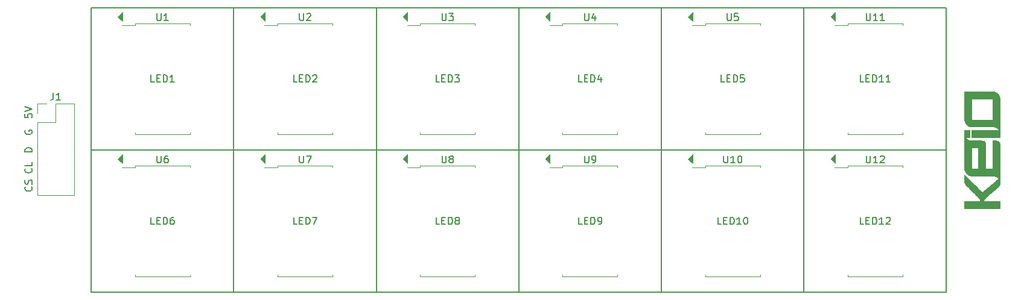
<source format=gto>
G04 #@! TF.GenerationSoftware,KiCad,Pcbnew,(5.1.4)-1*
G04 #@! TF.CreationDate,2019-11-29T14:15:36+00:00*
G04 #@! TF.ProjectId,MAX7219_Clock,4d415837-3231-4395-9f43-6c6f636b2e6b,rev?*
G04 #@! TF.SameCoordinates,Original*
G04 #@! TF.FileFunction,Legend,Top*
G04 #@! TF.FilePolarity,Positive*
%FSLAX46Y46*%
G04 Gerber Fmt 4.6, Leading zero omitted, Abs format (unit mm)*
G04 Created by KiCad (PCBNEW (5.1.4)-1) date 2019-11-29 14:15:36*
%MOMM*%
%LPD*%
G04 APERTURE LIST*
%ADD10C,0.150000*%
%ADD11C,0.010000*%
%ADD12C,0.100000*%
%ADD13C,0.120000*%
G04 APERTURE END LIST*
D10*
X31607142Y-75166666D02*
X31654761Y-75214285D01*
X31702380Y-75357142D01*
X31702380Y-75452380D01*
X31654761Y-75595238D01*
X31559523Y-75690476D01*
X31464285Y-75738095D01*
X31273809Y-75785714D01*
X31130952Y-75785714D01*
X30940476Y-75738095D01*
X30845238Y-75690476D01*
X30750000Y-75595238D01*
X30702380Y-75452380D01*
X30702380Y-75357142D01*
X30750000Y-75214285D01*
X30797619Y-75166666D01*
X31654761Y-74785714D02*
X31702380Y-74642857D01*
X31702380Y-74404761D01*
X31654761Y-74309523D01*
X31607142Y-74261904D01*
X31511904Y-74214285D01*
X31416666Y-74214285D01*
X31321428Y-74261904D01*
X31273809Y-74309523D01*
X31226190Y-74404761D01*
X31178571Y-74595238D01*
X31130952Y-74690476D01*
X31083333Y-74738095D01*
X30988095Y-74785714D01*
X30892857Y-74785714D01*
X30797619Y-74738095D01*
X30750000Y-74690476D01*
X30702380Y-74595238D01*
X30702380Y-74357142D01*
X30750000Y-74214285D01*
X31607142Y-72595238D02*
X31654761Y-72642857D01*
X31702380Y-72785714D01*
X31702380Y-72880952D01*
X31654761Y-73023809D01*
X31559523Y-73119047D01*
X31464285Y-73166666D01*
X31273809Y-73214285D01*
X31130952Y-73214285D01*
X30940476Y-73166666D01*
X30845238Y-73119047D01*
X30750000Y-73023809D01*
X30702380Y-72880952D01*
X30702380Y-72785714D01*
X30750000Y-72642857D01*
X30797619Y-72595238D01*
X31702380Y-71690476D02*
X31702380Y-72166666D01*
X30702380Y-72166666D01*
X31702380Y-70261904D02*
X30702380Y-70261904D01*
X30702380Y-70023809D01*
X30750000Y-69880952D01*
X30845238Y-69785714D01*
X30940476Y-69738095D01*
X31130952Y-69690476D01*
X31273809Y-69690476D01*
X31464285Y-69738095D01*
X31559523Y-69785714D01*
X31654761Y-69880952D01*
X31702380Y-70023809D01*
X31702380Y-70261904D01*
X30750000Y-67238095D02*
X30702380Y-67333333D01*
X30702380Y-67476190D01*
X30750000Y-67619047D01*
X30845238Y-67714285D01*
X30940476Y-67761904D01*
X31130952Y-67809523D01*
X31273809Y-67809523D01*
X31464285Y-67761904D01*
X31559523Y-67714285D01*
X31654761Y-67619047D01*
X31702380Y-67476190D01*
X31702380Y-67380952D01*
X31654761Y-67238095D01*
X31607142Y-67190476D01*
X31273809Y-67190476D01*
X31273809Y-67380952D01*
X30702380Y-64940476D02*
X30702380Y-65416666D01*
X31178571Y-65464285D01*
X31130952Y-65416666D01*
X31083333Y-65321428D01*
X31083333Y-65083333D01*
X31130952Y-64988095D01*
X31178571Y-64940476D01*
X31273809Y-64892857D01*
X31511904Y-64892857D01*
X31607142Y-64940476D01*
X31654761Y-64988095D01*
X31702380Y-65083333D01*
X31702380Y-65321428D01*
X31654761Y-65416666D01*
X31607142Y-65464285D01*
X30702380Y-64607142D02*
X31702380Y-64273809D01*
X30702380Y-63940476D01*
D11*
G36*
X164556510Y-61784180D02*
G01*
X164712890Y-61784272D01*
X164861031Y-61784361D01*
X165001161Y-61784450D01*
X165133508Y-61784538D01*
X165258300Y-61784628D01*
X165375764Y-61784719D01*
X165486129Y-61784813D01*
X165589622Y-61784910D01*
X165686471Y-61785013D01*
X165776905Y-61785121D01*
X165861150Y-61785235D01*
X165939435Y-61785357D01*
X166011987Y-61785488D01*
X166079035Y-61785628D01*
X166140806Y-61785778D01*
X166197528Y-61785940D01*
X166249429Y-61786115D01*
X166296737Y-61786302D01*
X166339680Y-61786504D01*
X166378486Y-61786720D01*
X166413381Y-61786953D01*
X166444595Y-61787204D01*
X166472355Y-61787472D01*
X166496889Y-61787759D01*
X166518425Y-61788066D01*
X166537191Y-61788394D01*
X166553414Y-61788743D01*
X166567322Y-61789116D01*
X166579144Y-61789512D01*
X166589107Y-61789933D01*
X166597438Y-61790380D01*
X166604367Y-61790853D01*
X166610120Y-61791354D01*
X166614925Y-61791884D01*
X166619011Y-61792443D01*
X166621366Y-61792818D01*
X166715150Y-61812462D01*
X166804178Y-61839092D01*
X166888545Y-61872759D01*
X166968348Y-61913512D01*
X167043686Y-61961402D01*
X167114653Y-62016477D01*
X167181348Y-62078788D01*
X167184601Y-62082124D01*
X167244948Y-62149848D01*
X167297887Y-62221175D01*
X167343572Y-62296415D01*
X167382159Y-62375880D01*
X167413801Y-62459881D01*
X167438654Y-62548730D01*
X167454092Y-62625533D01*
X167454590Y-62628765D01*
X167455065Y-62632547D01*
X167455518Y-62637073D01*
X167455951Y-62642536D01*
X167456363Y-62649132D01*
X167456756Y-62657052D01*
X167457129Y-62666492D01*
X167457483Y-62677646D01*
X167457820Y-62690706D01*
X167458139Y-62705868D01*
X167458442Y-62723324D01*
X167458728Y-62743269D01*
X167458998Y-62765897D01*
X167459254Y-62791402D01*
X167459495Y-62819977D01*
X167459722Y-62851816D01*
X167459936Y-62887113D01*
X167460138Y-62926062D01*
X167460327Y-62968858D01*
X167460505Y-63015693D01*
X167460672Y-63066762D01*
X167460829Y-63122258D01*
X167460976Y-63182376D01*
X167461114Y-63247310D01*
X167461244Y-63317252D01*
X167461366Y-63392398D01*
X167461480Y-63472941D01*
X167461588Y-63559075D01*
X167461690Y-63650993D01*
X167461786Y-63748890D01*
X167461878Y-63852960D01*
X167461965Y-63963395D01*
X167462048Y-64080392D01*
X167462129Y-64204142D01*
X167462206Y-64334841D01*
X167462282Y-64472681D01*
X167462357Y-64617857D01*
X167462431Y-64770563D01*
X167462505Y-64930993D01*
X167462579Y-65099340D01*
X167462655Y-65275798D01*
X167462719Y-65429058D01*
X167463863Y-68188133D01*
X163522566Y-68188133D01*
X163522566Y-67201775D01*
X165428146Y-67200712D01*
X167333727Y-67199649D01*
X167299745Y-67148849D01*
X167245517Y-67075266D01*
X167185382Y-67007624D01*
X167119719Y-66946190D01*
X167048906Y-66891233D01*
X166973320Y-66843019D01*
X166893340Y-66801817D01*
X166809343Y-66767894D01*
X166725631Y-66742514D01*
X166716052Y-66739986D01*
X166707464Y-66737607D01*
X166699603Y-66735372D01*
X166692205Y-66733277D01*
X166685007Y-66731317D01*
X166677747Y-66729486D01*
X166670159Y-66727781D01*
X166661982Y-66726196D01*
X166652951Y-66724726D01*
X166642804Y-66723366D01*
X166631277Y-66722112D01*
X166618106Y-66720959D01*
X166603028Y-66719902D01*
X166585780Y-66718936D01*
X166566098Y-66718057D01*
X166543719Y-66717258D01*
X166518380Y-66716537D01*
X166489817Y-66715887D01*
X166457767Y-66715304D01*
X166421966Y-66714783D01*
X166382151Y-66714319D01*
X166338059Y-66713908D01*
X166289426Y-66713544D01*
X166235988Y-66713223D01*
X166177484Y-66712940D01*
X166113648Y-66712690D01*
X166044218Y-66712468D01*
X165968931Y-66712269D01*
X165887522Y-66712089D01*
X165799729Y-66711922D01*
X165705288Y-66711764D01*
X165603936Y-66711611D01*
X165495409Y-66711456D01*
X165379444Y-66711296D01*
X165255778Y-66711125D01*
X165124147Y-66710938D01*
X164997883Y-66710752D01*
X164860125Y-66710543D01*
X164730574Y-66710343D01*
X164608971Y-66710150D01*
X164495055Y-66709962D01*
X164388568Y-66709779D01*
X164289250Y-66709597D01*
X164196841Y-66709417D01*
X164111082Y-66709236D01*
X164031713Y-66709052D01*
X163958474Y-66708864D01*
X163891106Y-66708671D01*
X163829350Y-66708470D01*
X163772946Y-66708261D01*
X163721633Y-66708041D01*
X163675154Y-66707809D01*
X163633247Y-66707563D01*
X163595654Y-66707303D01*
X163562116Y-66707025D01*
X163532371Y-66706729D01*
X163522566Y-66706611D01*
X163522566Y-65724333D01*
X166477433Y-65724333D01*
X166477433Y-62769466D01*
X163522566Y-62769466D01*
X163522566Y-65724333D01*
X163522566Y-66706611D01*
X163506161Y-66706413D01*
X163483227Y-66706075D01*
X163463308Y-66705714D01*
X163446145Y-66705328D01*
X163431479Y-66704916D01*
X163419050Y-66704476D01*
X163408598Y-66704006D01*
X163399864Y-66703504D01*
X163392589Y-66702970D01*
X163386512Y-66702402D01*
X163381374Y-66701797D01*
X163376916Y-66701155D01*
X163374399Y-66700741D01*
X163281181Y-66680897D01*
X163192835Y-66654170D01*
X163109182Y-66620471D01*
X163030043Y-66579710D01*
X162955239Y-66531799D01*
X162884590Y-66476648D01*
X162838430Y-66434576D01*
X162784074Y-66378335D01*
X162736610Y-66321154D01*
X162694533Y-66260999D01*
X162656340Y-66195834D01*
X162642778Y-66169821D01*
X162615900Y-66112903D01*
X162593577Y-66056879D01*
X162575021Y-65999353D01*
X162559447Y-65937929D01*
X162547986Y-65880966D01*
X162538387Y-65828049D01*
X162536105Y-61783013D01*
X164556510Y-61784180D01*
X164556510Y-61784180D01*
G37*
X164556510Y-61784180D02*
X164712890Y-61784272D01*
X164861031Y-61784361D01*
X165001161Y-61784450D01*
X165133508Y-61784538D01*
X165258300Y-61784628D01*
X165375764Y-61784719D01*
X165486129Y-61784813D01*
X165589622Y-61784910D01*
X165686471Y-61785013D01*
X165776905Y-61785121D01*
X165861150Y-61785235D01*
X165939435Y-61785357D01*
X166011987Y-61785488D01*
X166079035Y-61785628D01*
X166140806Y-61785778D01*
X166197528Y-61785940D01*
X166249429Y-61786115D01*
X166296737Y-61786302D01*
X166339680Y-61786504D01*
X166378486Y-61786720D01*
X166413381Y-61786953D01*
X166444595Y-61787204D01*
X166472355Y-61787472D01*
X166496889Y-61787759D01*
X166518425Y-61788066D01*
X166537191Y-61788394D01*
X166553414Y-61788743D01*
X166567322Y-61789116D01*
X166579144Y-61789512D01*
X166589107Y-61789933D01*
X166597438Y-61790380D01*
X166604367Y-61790853D01*
X166610120Y-61791354D01*
X166614925Y-61791884D01*
X166619011Y-61792443D01*
X166621366Y-61792818D01*
X166715150Y-61812462D01*
X166804178Y-61839092D01*
X166888545Y-61872759D01*
X166968348Y-61913512D01*
X167043686Y-61961402D01*
X167114653Y-62016477D01*
X167181348Y-62078788D01*
X167184601Y-62082124D01*
X167244948Y-62149848D01*
X167297887Y-62221175D01*
X167343572Y-62296415D01*
X167382159Y-62375880D01*
X167413801Y-62459881D01*
X167438654Y-62548730D01*
X167454092Y-62625533D01*
X167454590Y-62628765D01*
X167455065Y-62632547D01*
X167455518Y-62637073D01*
X167455951Y-62642536D01*
X167456363Y-62649132D01*
X167456756Y-62657052D01*
X167457129Y-62666492D01*
X167457483Y-62677646D01*
X167457820Y-62690706D01*
X167458139Y-62705868D01*
X167458442Y-62723324D01*
X167458728Y-62743269D01*
X167458998Y-62765897D01*
X167459254Y-62791402D01*
X167459495Y-62819977D01*
X167459722Y-62851816D01*
X167459936Y-62887113D01*
X167460138Y-62926062D01*
X167460327Y-62968858D01*
X167460505Y-63015693D01*
X167460672Y-63066762D01*
X167460829Y-63122258D01*
X167460976Y-63182376D01*
X167461114Y-63247310D01*
X167461244Y-63317252D01*
X167461366Y-63392398D01*
X167461480Y-63472941D01*
X167461588Y-63559075D01*
X167461690Y-63650993D01*
X167461786Y-63748890D01*
X167461878Y-63852960D01*
X167461965Y-63963395D01*
X167462048Y-64080392D01*
X167462129Y-64204142D01*
X167462206Y-64334841D01*
X167462282Y-64472681D01*
X167462357Y-64617857D01*
X167462431Y-64770563D01*
X167462505Y-64930993D01*
X167462579Y-65099340D01*
X167462655Y-65275798D01*
X167462719Y-65429058D01*
X167463863Y-68188133D01*
X163522566Y-68188133D01*
X163522566Y-67201775D01*
X165428146Y-67200712D01*
X167333727Y-67199649D01*
X167299745Y-67148849D01*
X167245517Y-67075266D01*
X167185382Y-67007624D01*
X167119719Y-66946190D01*
X167048906Y-66891233D01*
X166973320Y-66843019D01*
X166893340Y-66801817D01*
X166809343Y-66767894D01*
X166725631Y-66742514D01*
X166716052Y-66739986D01*
X166707464Y-66737607D01*
X166699603Y-66735372D01*
X166692205Y-66733277D01*
X166685007Y-66731317D01*
X166677747Y-66729486D01*
X166670159Y-66727781D01*
X166661982Y-66726196D01*
X166652951Y-66724726D01*
X166642804Y-66723366D01*
X166631277Y-66722112D01*
X166618106Y-66720959D01*
X166603028Y-66719902D01*
X166585780Y-66718936D01*
X166566098Y-66718057D01*
X166543719Y-66717258D01*
X166518380Y-66716537D01*
X166489817Y-66715887D01*
X166457767Y-66715304D01*
X166421966Y-66714783D01*
X166382151Y-66714319D01*
X166338059Y-66713908D01*
X166289426Y-66713544D01*
X166235988Y-66713223D01*
X166177484Y-66712940D01*
X166113648Y-66712690D01*
X166044218Y-66712468D01*
X165968931Y-66712269D01*
X165887522Y-66712089D01*
X165799729Y-66711922D01*
X165705288Y-66711764D01*
X165603936Y-66711611D01*
X165495409Y-66711456D01*
X165379444Y-66711296D01*
X165255778Y-66711125D01*
X165124147Y-66710938D01*
X164997883Y-66710752D01*
X164860125Y-66710543D01*
X164730574Y-66710343D01*
X164608971Y-66710150D01*
X164495055Y-66709962D01*
X164388568Y-66709779D01*
X164289250Y-66709597D01*
X164196841Y-66709417D01*
X164111082Y-66709236D01*
X164031713Y-66709052D01*
X163958474Y-66708864D01*
X163891106Y-66708671D01*
X163829350Y-66708470D01*
X163772946Y-66708261D01*
X163721633Y-66708041D01*
X163675154Y-66707809D01*
X163633247Y-66707563D01*
X163595654Y-66707303D01*
X163562116Y-66707025D01*
X163532371Y-66706729D01*
X163522566Y-66706611D01*
X163522566Y-65724333D01*
X166477433Y-65724333D01*
X166477433Y-62769466D01*
X163522566Y-62769466D01*
X163522566Y-65724333D01*
X163522566Y-66706611D01*
X163506161Y-66706413D01*
X163483227Y-66706075D01*
X163463308Y-66705714D01*
X163446145Y-66705328D01*
X163431479Y-66704916D01*
X163419050Y-66704476D01*
X163408598Y-66704006D01*
X163399864Y-66703504D01*
X163392589Y-66702970D01*
X163386512Y-66702402D01*
X163381374Y-66701797D01*
X163376916Y-66701155D01*
X163374399Y-66700741D01*
X163281181Y-66680897D01*
X163192835Y-66654170D01*
X163109182Y-66620471D01*
X163030043Y-66579710D01*
X162955239Y-66531799D01*
X162884590Y-66476648D01*
X162838430Y-66434576D01*
X162784074Y-66378335D01*
X162736610Y-66321154D01*
X162694533Y-66260999D01*
X162656340Y-66195834D01*
X162642778Y-66169821D01*
X162615900Y-66112903D01*
X162593577Y-66056879D01*
X162575021Y-65999353D01*
X162559447Y-65937929D01*
X162547986Y-65880966D01*
X162538387Y-65828049D01*
X162536105Y-61783013D01*
X164556510Y-61784180D01*
G36*
X162905526Y-67202801D02*
G01*
X163274916Y-67203883D01*
X163277068Y-68188077D01*
X162974288Y-68189163D01*
X162671507Y-68190249D01*
X162697451Y-68230466D01*
X162749970Y-68304197D01*
X162808622Y-68372362D01*
X162872921Y-68434638D01*
X162942377Y-68490704D01*
X163016503Y-68540235D01*
X163094810Y-68582910D01*
X163176812Y-68618406D01*
X163262019Y-68646399D01*
X163349944Y-68666569D01*
X163359583Y-68668266D01*
X163370642Y-68670082D01*
X163381914Y-68671748D01*
X163393786Y-68673271D01*
X163406646Y-68674656D01*
X163420881Y-68675911D01*
X163436879Y-68677041D01*
X163455025Y-68678053D01*
X163475709Y-68678952D01*
X163499316Y-68679747D01*
X163526235Y-68680442D01*
X163556853Y-68681044D01*
X163591556Y-68681560D01*
X163630733Y-68681995D01*
X163674771Y-68682357D01*
X163724056Y-68682651D01*
X163778976Y-68682884D01*
X163839919Y-68683062D01*
X163907272Y-68683192D01*
X163981421Y-68683280D01*
X164062755Y-68683332D01*
X164151661Y-68683354D01*
X164248525Y-68683354D01*
X164280333Y-68683350D01*
X164376727Y-68683344D01*
X164465020Y-68683355D01*
X164545577Y-68683386D01*
X164618766Y-68683441D01*
X164684950Y-68683521D01*
X164744497Y-68683631D01*
X164797771Y-68683772D01*
X164845139Y-68683948D01*
X164886966Y-68684160D01*
X164923618Y-68684413D01*
X164955461Y-68684709D01*
X164982860Y-68685050D01*
X165006182Y-68685440D01*
X165025791Y-68685881D01*
X165042054Y-68686377D01*
X165055336Y-68686929D01*
X165066003Y-68687541D01*
X165074421Y-68688215D01*
X165080956Y-68688955D01*
X165084707Y-68689531D01*
X165146245Y-68704510D01*
X165205221Y-68727263D01*
X165260835Y-68757283D01*
X165312284Y-68794062D01*
X165358768Y-68837094D01*
X165399487Y-68885871D01*
X165403499Y-68891451D01*
X165421323Y-68919650D01*
X165439182Y-68953294D01*
X165455720Y-68989475D01*
X165469586Y-69025287D01*
X165477458Y-69050305D01*
X165488950Y-69091949D01*
X165490043Y-70858308D01*
X165491136Y-72624666D01*
X166477433Y-72624666D01*
X166477433Y-68683433D01*
X166704974Y-68682757D01*
X166764013Y-68682596D01*
X166815265Y-68682500D01*
X166859408Y-68682486D01*
X166897122Y-68682571D01*
X166929085Y-68682772D01*
X166955977Y-68683107D01*
X166978477Y-68683592D01*
X166997264Y-68684245D01*
X167013017Y-68685084D01*
X167026415Y-68686124D01*
X167038137Y-68687385D01*
X167048862Y-68688881D01*
X167059269Y-68690632D01*
X167066109Y-68691900D01*
X167126923Y-68707679D01*
X167184764Y-68731066D01*
X167238970Y-68761526D01*
X167288878Y-68798521D01*
X167333827Y-68841514D01*
X167373154Y-68889969D01*
X167406197Y-68943350D01*
X167424972Y-68982738D01*
X167431691Y-69000365D01*
X167439184Y-69022723D01*
X167446308Y-69046296D01*
X167449766Y-69058938D01*
X167461683Y-69104649D01*
X167461683Y-74785783D01*
X167450309Y-74826964D01*
X167426091Y-74899322D01*
X167393740Y-74970881D01*
X167353588Y-75041049D01*
X167305966Y-75109237D01*
X167262196Y-75162549D01*
X167256032Y-75169047D01*
X167246423Y-75178402D01*
X167233175Y-75190783D01*
X167216094Y-75206359D01*
X167194987Y-75225300D01*
X167169658Y-75247776D01*
X167139914Y-75273954D01*
X167105560Y-75304005D01*
X167066402Y-75338098D01*
X167022247Y-75376402D01*
X166972899Y-75419085D01*
X166918165Y-75466319D01*
X166857851Y-75518271D01*
X166791762Y-75575111D01*
X166719704Y-75637008D01*
X166641483Y-75704131D01*
X166600122Y-75739602D01*
X166497936Y-75827219D01*
X166401977Y-75909501D01*
X166312041Y-75986623D01*
X166227927Y-76058759D01*
X166149434Y-76126085D01*
X166076358Y-76188775D01*
X166008497Y-76247004D01*
X165945650Y-76300948D01*
X165887615Y-76350782D01*
X165834189Y-76396679D01*
X165785171Y-76438816D01*
X165740358Y-76477367D01*
X165699548Y-76512508D01*
X165662540Y-76544412D01*
X165629130Y-76573256D01*
X165599118Y-76599214D01*
X165572300Y-76622460D01*
X165548475Y-76643171D01*
X165527441Y-76661521D01*
X165508996Y-76677684D01*
X165492938Y-76691837D01*
X165479064Y-76704153D01*
X165467172Y-76714808D01*
X165457061Y-76723977D01*
X165448528Y-76731835D01*
X165441372Y-76738556D01*
X165435389Y-76744316D01*
X165430379Y-76749289D01*
X165426139Y-76753651D01*
X165422467Y-76757576D01*
X165419161Y-76761240D01*
X165416034Y-76764799D01*
X165392343Y-76793745D01*
X165368332Y-76826192D01*
X165345478Y-76859933D01*
X165325258Y-76892759D01*
X165309150Y-76922460D01*
X165305513Y-76930056D01*
X165292364Y-76961279D01*
X165280078Y-76995596D01*
X165269063Y-77031368D01*
X165259728Y-77066957D01*
X165252481Y-77100722D01*
X165247731Y-77131024D01*
X165245885Y-77156224D01*
X165246301Y-77167799D01*
X165247650Y-77181850D01*
X166355724Y-77182916D01*
X167463800Y-77183982D01*
X167463800Y-78216899D01*
X162536200Y-78216899D01*
X162536200Y-77183982D01*
X163644274Y-77182916D01*
X164752350Y-77181850D01*
X164751091Y-77152216D01*
X164745627Y-77105369D01*
X164733270Y-77054871D01*
X164714363Y-77001466D01*
X164689250Y-76945898D01*
X164658276Y-76888909D01*
X164621783Y-76831243D01*
X164580115Y-76773644D01*
X164569954Y-76760633D01*
X164564664Y-76754730D01*
X164553626Y-76743085D01*
X164537081Y-76725939D01*
X164515269Y-76703536D01*
X164488431Y-76676117D01*
X164456806Y-76643927D01*
X164420636Y-76607206D01*
X164380160Y-76566199D01*
X164335619Y-76521147D01*
X164287254Y-76472293D01*
X164235304Y-76419880D01*
X164180011Y-76364151D01*
X164121614Y-76305348D01*
X164060355Y-76243714D01*
X163996472Y-76179491D01*
X163930208Y-76112922D01*
X163861801Y-76044250D01*
X163791493Y-75973718D01*
X163719524Y-75901568D01*
X163646134Y-75828042D01*
X163636822Y-75818716D01*
X163543679Y-75725411D01*
X163454882Y-75636403D01*
X163370529Y-75551790D01*
X163290716Y-75471671D01*
X163215542Y-75396143D01*
X163145104Y-75325306D01*
X163079499Y-75259257D01*
X163018823Y-75198094D01*
X162963176Y-75141917D01*
X162912653Y-75090824D01*
X162867353Y-75044912D01*
X162827372Y-75004281D01*
X162792808Y-74969027D01*
X162763759Y-74939251D01*
X162740321Y-74915050D01*
X162722592Y-74896523D01*
X162710669Y-74883767D01*
X162704650Y-74876882D01*
X162704586Y-74876800D01*
X162660640Y-74814649D01*
X162622540Y-74750691D01*
X162591011Y-74686276D01*
X162566774Y-74622752D01*
X162564105Y-74614333D01*
X162560034Y-74601239D01*
X162556378Y-74589357D01*
X162553117Y-74578183D01*
X162550227Y-74567216D01*
X162547685Y-74555952D01*
X162545470Y-74543890D01*
X162543559Y-74530528D01*
X162541930Y-74515362D01*
X162540560Y-74497892D01*
X162539427Y-74477613D01*
X162538509Y-74454025D01*
X162537782Y-74426625D01*
X162537225Y-74394910D01*
X162536816Y-74358379D01*
X162536531Y-74316528D01*
X162536349Y-74268856D01*
X162536248Y-74214860D01*
X162536203Y-74154038D01*
X162536196Y-74085888D01*
X162536200Y-74009907D01*
X162536200Y-73486155D01*
X163767806Y-74717756D01*
X163875518Y-74825456D01*
X163977383Y-74927287D01*
X164073532Y-75023378D01*
X164164092Y-75113856D01*
X164249195Y-75198850D01*
X164328970Y-75278488D01*
X164403545Y-75352900D01*
X164473051Y-75422213D01*
X164537616Y-75486557D01*
X164597372Y-75546058D01*
X164652446Y-75600846D01*
X164702968Y-75651050D01*
X164749069Y-75696798D01*
X164790876Y-75738217D01*
X164828521Y-75775437D01*
X164862132Y-75808587D01*
X164891839Y-75837794D01*
X164917771Y-75863187D01*
X164940058Y-75884894D01*
X164958830Y-75903044D01*
X164974215Y-75917766D01*
X164986343Y-75929188D01*
X164995345Y-75937437D01*
X165001348Y-75942644D01*
X165004483Y-75944936D01*
X165004998Y-75945047D01*
X165009559Y-75941340D01*
X165020318Y-75932488D01*
X165036990Y-75918727D01*
X165059288Y-75900294D01*
X165086925Y-75877429D01*
X165119616Y-75850367D01*
X165157075Y-75819346D01*
X165199015Y-75784603D01*
X165245150Y-75746377D01*
X165295195Y-75704903D01*
X165348862Y-75660421D01*
X165405866Y-75613167D01*
X165465921Y-75563378D01*
X165528740Y-75511292D01*
X165594038Y-75457147D01*
X165661528Y-75401179D01*
X165730924Y-75343626D01*
X165801939Y-75284726D01*
X165874289Y-75224716D01*
X165947686Y-75163833D01*
X166021845Y-75102315D01*
X166096479Y-75040400D01*
X166171302Y-74978323D01*
X166246029Y-74916324D01*
X166320372Y-74854639D01*
X166394046Y-74793506D01*
X166466765Y-74733161D01*
X166538242Y-74673844D01*
X166608191Y-74615790D01*
X166676327Y-74559238D01*
X166742362Y-74504425D01*
X166806012Y-74451587D01*
X166866989Y-74400963D01*
X166925008Y-74352791D01*
X166979782Y-74307306D01*
X167031025Y-74264747D01*
X167078452Y-74225352D01*
X167121776Y-74189357D01*
X167160710Y-74157000D01*
X167194969Y-74128518D01*
X167224267Y-74104149D01*
X167248317Y-74084131D01*
X167266834Y-74068699D01*
X167279530Y-74058093D01*
X167286121Y-74052549D01*
X167287012Y-74051776D01*
X167298608Y-74040645D01*
X167273455Y-74007058D01*
X167214938Y-73935573D01*
X167151617Y-73871015D01*
X167083440Y-73813350D01*
X167010352Y-73762547D01*
X166932302Y-73718573D01*
X166849235Y-73681395D01*
X166761100Y-73650981D01*
X166667842Y-73627298D01*
X166645860Y-73622838D01*
X166598083Y-73613579D01*
X165012700Y-73610941D01*
X164874296Y-73610715D01*
X164744095Y-73610507D01*
X164621831Y-73610313D01*
X164507241Y-73610131D01*
X164400058Y-73609955D01*
X164300020Y-73609782D01*
X164206861Y-73609608D01*
X164120317Y-73609428D01*
X164040124Y-73609240D01*
X163966016Y-73609038D01*
X163897729Y-73608819D01*
X163834999Y-73608580D01*
X163777561Y-73608315D01*
X163725151Y-73608021D01*
X163677503Y-73607694D01*
X163634355Y-73607330D01*
X163595440Y-73606925D01*
X163560494Y-73606476D01*
X163529254Y-73605977D01*
X163522566Y-73605845D01*
X163522566Y-72624666D01*
X164453899Y-72624666D01*
X164453899Y-69665566D01*
X163522566Y-69665566D01*
X163522566Y-72624666D01*
X163522566Y-73605845D01*
X163501454Y-73605426D01*
X163476829Y-73604818D01*
X163455116Y-73604149D01*
X163436050Y-73603415D01*
X163419366Y-73602613D01*
X163404799Y-73601738D01*
X163392086Y-73600786D01*
X163380961Y-73599753D01*
X163371160Y-73598636D01*
X163362418Y-73597431D01*
X163354472Y-73596133D01*
X163347056Y-73594738D01*
X163339905Y-73593243D01*
X163332756Y-73591643D01*
X163325344Y-73589935D01*
X163317404Y-73588114D01*
X163308672Y-73586178D01*
X163304550Y-73585296D01*
X163246574Y-73570515D01*
X163185782Y-73550408D01*
X163124889Y-73526056D01*
X163066613Y-73498544D01*
X163015482Y-73470061D01*
X162937879Y-73418081D01*
X162866633Y-73360551D01*
X162801855Y-73297636D01*
X162743653Y-73229499D01*
X162692140Y-73156307D01*
X162647425Y-73078225D01*
X162609619Y-72995416D01*
X162578833Y-72908047D01*
X162555175Y-72816282D01*
X162546020Y-72768599D01*
X162545516Y-72765400D01*
X162545034Y-72761710D01*
X162544574Y-72757336D01*
X162544135Y-72752085D01*
X162543717Y-72745761D01*
X162543319Y-72738171D01*
X162542941Y-72729122D01*
X162542581Y-72718418D01*
X162542240Y-72705867D01*
X162541916Y-72691274D01*
X162541610Y-72674445D01*
X162541320Y-72655186D01*
X162541046Y-72633303D01*
X162540787Y-72608602D01*
X162540543Y-72580890D01*
X162540313Y-72549971D01*
X162540097Y-72515653D01*
X162539893Y-72477741D01*
X162539701Y-72436042D01*
X162539522Y-72390360D01*
X162539353Y-72340503D01*
X162539194Y-72286276D01*
X162539046Y-72227486D01*
X162538907Y-72163938D01*
X162538776Y-72095438D01*
X162538653Y-72021792D01*
X162538538Y-71942807D01*
X162538430Y-71858288D01*
X162538328Y-71768042D01*
X162538231Y-71671874D01*
X162538139Y-71569590D01*
X162538052Y-71460997D01*
X162537969Y-71345900D01*
X162537889Y-71224106D01*
X162537811Y-71095420D01*
X162537735Y-70959649D01*
X162537661Y-70816598D01*
X162537588Y-70666074D01*
X162537514Y-70507882D01*
X162537441Y-70341829D01*
X162537366Y-70167720D01*
X162537289Y-69985362D01*
X162537280Y-69962935D01*
X162536137Y-67201720D01*
X162905526Y-67202801D01*
X162905526Y-67202801D01*
G37*
X162905526Y-67202801D02*
X163274916Y-67203883D01*
X163277068Y-68188077D01*
X162974288Y-68189163D01*
X162671507Y-68190249D01*
X162697451Y-68230466D01*
X162749970Y-68304197D01*
X162808622Y-68372362D01*
X162872921Y-68434638D01*
X162942377Y-68490704D01*
X163016503Y-68540235D01*
X163094810Y-68582910D01*
X163176812Y-68618406D01*
X163262019Y-68646399D01*
X163349944Y-68666569D01*
X163359583Y-68668266D01*
X163370642Y-68670082D01*
X163381914Y-68671748D01*
X163393786Y-68673271D01*
X163406646Y-68674656D01*
X163420881Y-68675911D01*
X163436879Y-68677041D01*
X163455025Y-68678053D01*
X163475709Y-68678952D01*
X163499316Y-68679747D01*
X163526235Y-68680442D01*
X163556853Y-68681044D01*
X163591556Y-68681560D01*
X163630733Y-68681995D01*
X163674771Y-68682357D01*
X163724056Y-68682651D01*
X163778976Y-68682884D01*
X163839919Y-68683062D01*
X163907272Y-68683192D01*
X163981421Y-68683280D01*
X164062755Y-68683332D01*
X164151661Y-68683354D01*
X164248525Y-68683354D01*
X164280333Y-68683350D01*
X164376727Y-68683344D01*
X164465020Y-68683355D01*
X164545577Y-68683386D01*
X164618766Y-68683441D01*
X164684950Y-68683521D01*
X164744497Y-68683631D01*
X164797771Y-68683772D01*
X164845139Y-68683948D01*
X164886966Y-68684160D01*
X164923618Y-68684413D01*
X164955461Y-68684709D01*
X164982860Y-68685050D01*
X165006182Y-68685440D01*
X165025791Y-68685881D01*
X165042054Y-68686377D01*
X165055336Y-68686929D01*
X165066003Y-68687541D01*
X165074421Y-68688215D01*
X165080956Y-68688955D01*
X165084707Y-68689531D01*
X165146245Y-68704510D01*
X165205221Y-68727263D01*
X165260835Y-68757283D01*
X165312284Y-68794062D01*
X165358768Y-68837094D01*
X165399487Y-68885871D01*
X165403499Y-68891451D01*
X165421323Y-68919650D01*
X165439182Y-68953294D01*
X165455720Y-68989475D01*
X165469586Y-69025287D01*
X165477458Y-69050305D01*
X165488950Y-69091949D01*
X165490043Y-70858308D01*
X165491136Y-72624666D01*
X166477433Y-72624666D01*
X166477433Y-68683433D01*
X166704974Y-68682757D01*
X166764013Y-68682596D01*
X166815265Y-68682500D01*
X166859408Y-68682486D01*
X166897122Y-68682571D01*
X166929085Y-68682772D01*
X166955977Y-68683107D01*
X166978477Y-68683592D01*
X166997264Y-68684245D01*
X167013017Y-68685084D01*
X167026415Y-68686124D01*
X167038137Y-68687385D01*
X167048862Y-68688881D01*
X167059269Y-68690632D01*
X167066109Y-68691900D01*
X167126923Y-68707679D01*
X167184764Y-68731066D01*
X167238970Y-68761526D01*
X167288878Y-68798521D01*
X167333827Y-68841514D01*
X167373154Y-68889969D01*
X167406197Y-68943350D01*
X167424972Y-68982738D01*
X167431691Y-69000365D01*
X167439184Y-69022723D01*
X167446308Y-69046296D01*
X167449766Y-69058938D01*
X167461683Y-69104649D01*
X167461683Y-74785783D01*
X167450309Y-74826964D01*
X167426091Y-74899322D01*
X167393740Y-74970881D01*
X167353588Y-75041049D01*
X167305966Y-75109237D01*
X167262196Y-75162549D01*
X167256032Y-75169047D01*
X167246423Y-75178402D01*
X167233175Y-75190783D01*
X167216094Y-75206359D01*
X167194987Y-75225300D01*
X167169658Y-75247776D01*
X167139914Y-75273954D01*
X167105560Y-75304005D01*
X167066402Y-75338098D01*
X167022247Y-75376402D01*
X166972899Y-75419085D01*
X166918165Y-75466319D01*
X166857851Y-75518271D01*
X166791762Y-75575111D01*
X166719704Y-75637008D01*
X166641483Y-75704131D01*
X166600122Y-75739602D01*
X166497936Y-75827219D01*
X166401977Y-75909501D01*
X166312041Y-75986623D01*
X166227927Y-76058759D01*
X166149434Y-76126085D01*
X166076358Y-76188775D01*
X166008497Y-76247004D01*
X165945650Y-76300948D01*
X165887615Y-76350782D01*
X165834189Y-76396679D01*
X165785171Y-76438816D01*
X165740358Y-76477367D01*
X165699548Y-76512508D01*
X165662540Y-76544412D01*
X165629130Y-76573256D01*
X165599118Y-76599214D01*
X165572300Y-76622460D01*
X165548475Y-76643171D01*
X165527441Y-76661521D01*
X165508996Y-76677684D01*
X165492938Y-76691837D01*
X165479064Y-76704153D01*
X165467172Y-76714808D01*
X165457061Y-76723977D01*
X165448528Y-76731835D01*
X165441372Y-76738556D01*
X165435389Y-76744316D01*
X165430379Y-76749289D01*
X165426139Y-76753651D01*
X165422467Y-76757576D01*
X165419161Y-76761240D01*
X165416034Y-76764799D01*
X165392343Y-76793745D01*
X165368332Y-76826192D01*
X165345478Y-76859933D01*
X165325258Y-76892759D01*
X165309150Y-76922460D01*
X165305513Y-76930056D01*
X165292364Y-76961279D01*
X165280078Y-76995596D01*
X165269063Y-77031368D01*
X165259728Y-77066957D01*
X165252481Y-77100722D01*
X165247731Y-77131024D01*
X165245885Y-77156224D01*
X165246301Y-77167799D01*
X165247650Y-77181850D01*
X166355724Y-77182916D01*
X167463800Y-77183982D01*
X167463800Y-78216899D01*
X162536200Y-78216899D01*
X162536200Y-77183982D01*
X163644274Y-77182916D01*
X164752350Y-77181850D01*
X164751091Y-77152216D01*
X164745627Y-77105369D01*
X164733270Y-77054871D01*
X164714363Y-77001466D01*
X164689250Y-76945898D01*
X164658276Y-76888909D01*
X164621783Y-76831243D01*
X164580115Y-76773644D01*
X164569954Y-76760633D01*
X164564664Y-76754730D01*
X164553626Y-76743085D01*
X164537081Y-76725939D01*
X164515269Y-76703536D01*
X164488431Y-76676117D01*
X164456806Y-76643927D01*
X164420636Y-76607206D01*
X164380160Y-76566199D01*
X164335619Y-76521147D01*
X164287254Y-76472293D01*
X164235304Y-76419880D01*
X164180011Y-76364151D01*
X164121614Y-76305348D01*
X164060355Y-76243714D01*
X163996472Y-76179491D01*
X163930208Y-76112922D01*
X163861801Y-76044250D01*
X163791493Y-75973718D01*
X163719524Y-75901568D01*
X163646134Y-75828042D01*
X163636822Y-75818716D01*
X163543679Y-75725411D01*
X163454882Y-75636403D01*
X163370529Y-75551790D01*
X163290716Y-75471671D01*
X163215542Y-75396143D01*
X163145104Y-75325306D01*
X163079499Y-75259257D01*
X163018823Y-75198094D01*
X162963176Y-75141917D01*
X162912653Y-75090824D01*
X162867353Y-75044912D01*
X162827372Y-75004281D01*
X162792808Y-74969027D01*
X162763759Y-74939251D01*
X162740321Y-74915050D01*
X162722592Y-74896523D01*
X162710669Y-74883767D01*
X162704650Y-74876882D01*
X162704586Y-74876800D01*
X162660640Y-74814649D01*
X162622540Y-74750691D01*
X162591011Y-74686276D01*
X162566774Y-74622752D01*
X162564105Y-74614333D01*
X162560034Y-74601239D01*
X162556378Y-74589357D01*
X162553117Y-74578183D01*
X162550227Y-74567216D01*
X162547685Y-74555952D01*
X162545470Y-74543890D01*
X162543559Y-74530528D01*
X162541930Y-74515362D01*
X162540560Y-74497892D01*
X162539427Y-74477613D01*
X162538509Y-74454025D01*
X162537782Y-74426625D01*
X162537225Y-74394910D01*
X162536816Y-74358379D01*
X162536531Y-74316528D01*
X162536349Y-74268856D01*
X162536248Y-74214860D01*
X162536203Y-74154038D01*
X162536196Y-74085888D01*
X162536200Y-74009907D01*
X162536200Y-73486155D01*
X163767806Y-74717756D01*
X163875518Y-74825456D01*
X163977383Y-74927287D01*
X164073532Y-75023378D01*
X164164092Y-75113856D01*
X164249195Y-75198850D01*
X164328970Y-75278488D01*
X164403545Y-75352900D01*
X164473051Y-75422213D01*
X164537616Y-75486557D01*
X164597372Y-75546058D01*
X164652446Y-75600846D01*
X164702968Y-75651050D01*
X164749069Y-75696798D01*
X164790876Y-75738217D01*
X164828521Y-75775437D01*
X164862132Y-75808587D01*
X164891839Y-75837794D01*
X164917771Y-75863187D01*
X164940058Y-75884894D01*
X164958830Y-75903044D01*
X164974215Y-75917766D01*
X164986343Y-75929188D01*
X164995345Y-75937437D01*
X165001348Y-75942644D01*
X165004483Y-75944936D01*
X165004998Y-75945047D01*
X165009559Y-75941340D01*
X165020318Y-75932488D01*
X165036990Y-75918727D01*
X165059288Y-75900294D01*
X165086925Y-75877429D01*
X165119616Y-75850367D01*
X165157075Y-75819346D01*
X165199015Y-75784603D01*
X165245150Y-75746377D01*
X165295195Y-75704903D01*
X165348862Y-75660421D01*
X165405866Y-75613167D01*
X165465921Y-75563378D01*
X165528740Y-75511292D01*
X165594038Y-75457147D01*
X165661528Y-75401179D01*
X165730924Y-75343626D01*
X165801939Y-75284726D01*
X165874289Y-75224716D01*
X165947686Y-75163833D01*
X166021845Y-75102315D01*
X166096479Y-75040400D01*
X166171302Y-74978323D01*
X166246029Y-74916324D01*
X166320372Y-74854639D01*
X166394046Y-74793506D01*
X166466765Y-74733161D01*
X166538242Y-74673844D01*
X166608191Y-74615790D01*
X166676327Y-74559238D01*
X166742362Y-74504425D01*
X166806012Y-74451587D01*
X166866989Y-74400963D01*
X166925008Y-74352791D01*
X166979782Y-74307306D01*
X167031025Y-74264747D01*
X167078452Y-74225352D01*
X167121776Y-74189357D01*
X167160710Y-74157000D01*
X167194969Y-74128518D01*
X167224267Y-74104149D01*
X167248317Y-74084131D01*
X167266834Y-74068699D01*
X167279530Y-74058093D01*
X167286121Y-74052549D01*
X167287012Y-74051776D01*
X167298608Y-74040645D01*
X167273455Y-74007058D01*
X167214938Y-73935573D01*
X167151617Y-73871015D01*
X167083440Y-73813350D01*
X167010352Y-73762547D01*
X166932302Y-73718573D01*
X166849235Y-73681395D01*
X166761100Y-73650981D01*
X166667842Y-73627298D01*
X166645860Y-73622838D01*
X166598083Y-73613579D01*
X165012700Y-73610941D01*
X164874296Y-73610715D01*
X164744095Y-73610507D01*
X164621831Y-73610313D01*
X164507241Y-73610131D01*
X164400058Y-73609955D01*
X164300020Y-73609782D01*
X164206861Y-73609608D01*
X164120317Y-73609428D01*
X164040124Y-73609240D01*
X163966016Y-73609038D01*
X163897729Y-73608819D01*
X163834999Y-73608580D01*
X163777561Y-73608315D01*
X163725151Y-73608021D01*
X163677503Y-73607694D01*
X163634355Y-73607330D01*
X163595440Y-73606925D01*
X163560494Y-73606476D01*
X163529254Y-73605977D01*
X163522566Y-73605845D01*
X163522566Y-72624666D01*
X164453899Y-72624666D01*
X164453899Y-69665566D01*
X163522566Y-69665566D01*
X163522566Y-72624666D01*
X163522566Y-73605845D01*
X163501454Y-73605426D01*
X163476829Y-73604818D01*
X163455116Y-73604149D01*
X163436050Y-73603415D01*
X163419366Y-73602613D01*
X163404799Y-73601738D01*
X163392086Y-73600786D01*
X163380961Y-73599753D01*
X163371160Y-73598636D01*
X163362418Y-73597431D01*
X163354472Y-73596133D01*
X163347056Y-73594738D01*
X163339905Y-73593243D01*
X163332756Y-73591643D01*
X163325344Y-73589935D01*
X163317404Y-73588114D01*
X163308672Y-73586178D01*
X163304550Y-73585296D01*
X163246574Y-73570515D01*
X163185782Y-73550408D01*
X163124889Y-73526056D01*
X163066613Y-73498544D01*
X163015482Y-73470061D01*
X162937879Y-73418081D01*
X162866633Y-73360551D01*
X162801855Y-73297636D01*
X162743653Y-73229499D01*
X162692140Y-73156307D01*
X162647425Y-73078225D01*
X162609619Y-72995416D01*
X162578833Y-72908047D01*
X162555175Y-72816282D01*
X162546020Y-72768599D01*
X162545516Y-72765400D01*
X162545034Y-72761710D01*
X162544574Y-72757336D01*
X162544135Y-72752085D01*
X162543717Y-72745761D01*
X162543319Y-72738171D01*
X162542941Y-72729122D01*
X162542581Y-72718418D01*
X162542240Y-72705867D01*
X162541916Y-72691274D01*
X162541610Y-72674445D01*
X162541320Y-72655186D01*
X162541046Y-72633303D01*
X162540787Y-72608602D01*
X162540543Y-72580890D01*
X162540313Y-72549971D01*
X162540097Y-72515653D01*
X162539893Y-72477741D01*
X162539701Y-72436042D01*
X162539522Y-72390360D01*
X162539353Y-72340503D01*
X162539194Y-72286276D01*
X162539046Y-72227486D01*
X162538907Y-72163938D01*
X162538776Y-72095438D01*
X162538653Y-72021792D01*
X162538538Y-71942807D01*
X162538430Y-71858288D01*
X162538328Y-71768042D01*
X162538231Y-71671874D01*
X162538139Y-71569590D01*
X162538052Y-71460997D01*
X162537969Y-71345900D01*
X162537889Y-71224106D01*
X162537811Y-71095420D01*
X162537735Y-70959649D01*
X162537661Y-70816598D01*
X162537588Y-70666074D01*
X162537514Y-70507882D01*
X162537441Y-70341829D01*
X162537366Y-70167720D01*
X162537289Y-69985362D01*
X162537280Y-69962935D01*
X162536137Y-67201720D01*
X162905526Y-67202801D01*
D12*
G36*
X43750000Y-51250000D02*
G01*
X44375000Y-50625000D01*
X44375000Y-51875000D01*
X43750000Y-51250000D01*
G37*
X43750000Y-51250000D02*
X44375000Y-50625000D01*
X44375000Y-51875000D01*
X43750000Y-51250000D01*
D10*
X40000000Y-70000000D02*
X40000000Y-50000000D01*
X60000000Y-70000000D02*
X40000000Y-70000000D01*
X60000000Y-50000000D02*
X60000000Y-70000000D01*
X40000000Y-50000000D02*
X60000000Y-50000000D01*
X60000000Y-50000000D02*
X80000000Y-50000000D01*
X80000000Y-50000000D02*
X80000000Y-70000000D01*
X80000000Y-70000000D02*
X60000000Y-70000000D01*
X60000000Y-70000000D02*
X60000000Y-50000000D01*
D12*
G36*
X63750000Y-51250000D02*
G01*
X64375000Y-50625000D01*
X64375000Y-51875000D01*
X63750000Y-51250000D01*
G37*
X63750000Y-51250000D02*
X64375000Y-50625000D01*
X64375000Y-51875000D01*
X63750000Y-51250000D01*
D10*
X80000000Y-50000000D02*
X100000000Y-50000000D01*
X100000000Y-50000000D02*
X100000000Y-70000000D01*
X100000000Y-70000000D02*
X80000000Y-70000000D01*
X80000000Y-70000000D02*
X80000000Y-50000000D01*
D12*
G36*
X83750000Y-51250000D02*
G01*
X84375000Y-50625000D01*
X84375000Y-51875000D01*
X83750000Y-51250000D01*
G37*
X83750000Y-51250000D02*
X84375000Y-50625000D01*
X84375000Y-51875000D01*
X83750000Y-51250000D01*
G36*
X103750000Y-51250000D02*
G01*
X104375000Y-50625000D01*
X104375000Y-51875000D01*
X103750000Y-51250000D01*
G37*
X103750000Y-51250000D02*
X104375000Y-50625000D01*
X104375000Y-51875000D01*
X103750000Y-51250000D01*
D10*
X100000000Y-70000000D02*
X100000000Y-50000000D01*
X120000000Y-70000000D02*
X100000000Y-70000000D01*
X120000000Y-50000000D02*
X120000000Y-70000000D01*
X100000000Y-50000000D02*
X120000000Y-50000000D01*
D12*
G36*
X123750000Y-51250000D02*
G01*
X124375000Y-50625000D01*
X124375000Y-51875000D01*
X123750000Y-51250000D01*
G37*
X123750000Y-51250000D02*
X124375000Y-50625000D01*
X124375000Y-51875000D01*
X123750000Y-51250000D01*
D10*
X120000000Y-70000000D02*
X120000000Y-50000000D01*
X140000000Y-70000000D02*
X120000000Y-70000000D01*
X140000000Y-50000000D02*
X140000000Y-70000000D01*
X120000000Y-50000000D02*
X140000000Y-50000000D01*
X40000000Y-70000000D02*
X60000000Y-70000000D01*
X60000000Y-70000000D02*
X60000000Y-90000000D01*
X60000000Y-90000000D02*
X40000000Y-90000000D01*
X40000000Y-90000000D02*
X40000000Y-70000000D01*
D12*
G36*
X43750000Y-71250000D02*
G01*
X44375000Y-70625000D01*
X44375000Y-71875000D01*
X43750000Y-71250000D01*
G37*
X43750000Y-71250000D02*
X44375000Y-70625000D01*
X44375000Y-71875000D01*
X43750000Y-71250000D01*
D10*
X60000000Y-70000000D02*
X80000000Y-70000000D01*
X80000000Y-70000000D02*
X80000000Y-90000000D01*
X80000000Y-90000000D02*
X60000000Y-90000000D01*
X60000000Y-90000000D02*
X60000000Y-70000000D01*
D12*
G36*
X63750000Y-71250000D02*
G01*
X64375000Y-70625000D01*
X64375000Y-71875000D01*
X63750000Y-71250000D01*
G37*
X63750000Y-71250000D02*
X64375000Y-70625000D01*
X64375000Y-71875000D01*
X63750000Y-71250000D01*
G36*
X83750000Y-71250000D02*
G01*
X84375000Y-70625000D01*
X84375000Y-71875000D01*
X83750000Y-71250000D01*
G37*
X83750000Y-71250000D02*
X84375000Y-70625000D01*
X84375000Y-71875000D01*
X83750000Y-71250000D01*
D10*
X80000000Y-90000000D02*
X80000000Y-70000000D01*
X100000000Y-90000000D02*
X80000000Y-90000000D01*
X100000000Y-70000000D02*
X100000000Y-90000000D01*
X80000000Y-70000000D02*
X100000000Y-70000000D01*
X100000000Y-70000000D02*
X120000000Y-70000000D01*
X120000000Y-70000000D02*
X120000000Y-90000000D01*
X120000000Y-90000000D02*
X100000000Y-90000000D01*
X100000000Y-90000000D02*
X100000000Y-70000000D01*
D12*
G36*
X103750000Y-71250000D02*
G01*
X104375000Y-70625000D01*
X104375000Y-71875000D01*
X103750000Y-71250000D01*
G37*
X103750000Y-71250000D02*
X104375000Y-70625000D01*
X104375000Y-71875000D01*
X103750000Y-71250000D01*
G36*
X123750000Y-71250000D02*
G01*
X124375000Y-70625000D01*
X124375000Y-71875000D01*
X123750000Y-71250000D01*
G37*
X123750000Y-71250000D02*
X124375000Y-70625000D01*
X124375000Y-71875000D01*
X123750000Y-71250000D01*
D10*
X120000000Y-90000000D02*
X120000000Y-70000000D01*
X140000000Y-90000000D02*
X120000000Y-90000000D01*
X140000000Y-70000000D02*
X140000000Y-90000000D01*
X120000000Y-70000000D02*
X140000000Y-70000000D01*
X140000000Y-70000000D02*
X160000000Y-70000000D01*
X160000000Y-70000000D02*
X160000000Y-90000000D01*
X160000000Y-90000000D02*
X140000000Y-90000000D01*
X140000000Y-90000000D02*
X140000000Y-70000000D01*
D12*
G36*
X143750000Y-71250000D02*
G01*
X144375000Y-70625000D01*
X144375000Y-71875000D01*
X143750000Y-71250000D01*
G37*
X143750000Y-71250000D02*
X144375000Y-70625000D01*
X144375000Y-71875000D01*
X143750000Y-71250000D01*
G36*
X143750000Y-51250000D02*
G01*
X144375000Y-50625000D01*
X144375000Y-51875000D01*
X143750000Y-51250000D01*
G37*
X143750000Y-51250000D02*
X144375000Y-50625000D01*
X144375000Y-51875000D01*
X143750000Y-51250000D01*
D10*
X140000000Y-70000000D02*
X140000000Y-50000000D01*
X160000000Y-70000000D02*
X140000000Y-70000000D01*
X160000000Y-50000000D02*
X160000000Y-70000000D01*
X140000000Y-50000000D02*
X160000000Y-50000000D01*
D13*
X46140000Y-52455000D02*
X44325000Y-52455000D01*
X46140000Y-52190000D02*
X46140000Y-52455000D01*
X50000000Y-52190000D02*
X46140000Y-52190000D01*
X53860000Y-52190000D02*
X53860000Y-52455000D01*
X50000000Y-52190000D02*
X53860000Y-52190000D01*
X46140000Y-67810000D02*
X46140000Y-67545000D01*
X50000000Y-67810000D02*
X46140000Y-67810000D01*
X53860000Y-67810000D02*
X53860000Y-67545000D01*
X50000000Y-67810000D02*
X53860000Y-67810000D01*
X70000000Y-67810000D02*
X73860000Y-67810000D01*
X73860000Y-67810000D02*
X73860000Y-67545000D01*
X70000000Y-67810000D02*
X66140000Y-67810000D01*
X66140000Y-67810000D02*
X66140000Y-67545000D01*
X70000000Y-52190000D02*
X73860000Y-52190000D01*
X73860000Y-52190000D02*
X73860000Y-52455000D01*
X70000000Y-52190000D02*
X66140000Y-52190000D01*
X66140000Y-52190000D02*
X66140000Y-52455000D01*
X66140000Y-52455000D02*
X64325000Y-52455000D01*
X86140000Y-52455000D02*
X84325000Y-52455000D01*
X86140000Y-52190000D02*
X86140000Y-52455000D01*
X90000000Y-52190000D02*
X86140000Y-52190000D01*
X93860000Y-52190000D02*
X93860000Y-52455000D01*
X90000000Y-52190000D02*
X93860000Y-52190000D01*
X86140000Y-67810000D02*
X86140000Y-67545000D01*
X90000000Y-67810000D02*
X86140000Y-67810000D01*
X93860000Y-67810000D02*
X93860000Y-67545000D01*
X90000000Y-67810000D02*
X93860000Y-67810000D01*
X110000000Y-67810000D02*
X113860000Y-67810000D01*
X113860000Y-67810000D02*
X113860000Y-67545000D01*
X110000000Y-67810000D02*
X106140000Y-67810000D01*
X106140000Y-67810000D02*
X106140000Y-67545000D01*
X110000000Y-52190000D02*
X113860000Y-52190000D01*
X113860000Y-52190000D02*
X113860000Y-52455000D01*
X110000000Y-52190000D02*
X106140000Y-52190000D01*
X106140000Y-52190000D02*
X106140000Y-52455000D01*
X106140000Y-52455000D02*
X104325000Y-52455000D01*
X130000000Y-67810000D02*
X133860000Y-67810000D01*
X133860000Y-67810000D02*
X133860000Y-67545000D01*
X130000000Y-67810000D02*
X126140000Y-67810000D01*
X126140000Y-67810000D02*
X126140000Y-67545000D01*
X130000000Y-52190000D02*
X133860000Y-52190000D01*
X133860000Y-52190000D02*
X133860000Y-52455000D01*
X130000000Y-52190000D02*
X126140000Y-52190000D01*
X126140000Y-52190000D02*
X126140000Y-52455000D01*
X126140000Y-52455000D02*
X124325000Y-52455000D01*
X46140000Y-72455000D02*
X44325000Y-72455000D01*
X46140000Y-72190000D02*
X46140000Y-72455000D01*
X50000000Y-72190000D02*
X46140000Y-72190000D01*
X53860000Y-72190000D02*
X53860000Y-72455000D01*
X50000000Y-72190000D02*
X53860000Y-72190000D01*
X46140000Y-87810000D02*
X46140000Y-87545000D01*
X50000000Y-87810000D02*
X46140000Y-87810000D01*
X53860000Y-87810000D02*
X53860000Y-87545000D01*
X50000000Y-87810000D02*
X53860000Y-87810000D01*
X70000000Y-87810000D02*
X73860000Y-87810000D01*
X73860000Y-87810000D02*
X73860000Y-87545000D01*
X70000000Y-87810000D02*
X66140000Y-87810000D01*
X66140000Y-87810000D02*
X66140000Y-87545000D01*
X70000000Y-72190000D02*
X73860000Y-72190000D01*
X73860000Y-72190000D02*
X73860000Y-72455000D01*
X70000000Y-72190000D02*
X66140000Y-72190000D01*
X66140000Y-72190000D02*
X66140000Y-72455000D01*
X66140000Y-72455000D02*
X64325000Y-72455000D01*
X86140000Y-72455000D02*
X84325000Y-72455000D01*
X86140000Y-72190000D02*
X86140000Y-72455000D01*
X90000000Y-72190000D02*
X86140000Y-72190000D01*
X93860000Y-72190000D02*
X93860000Y-72455000D01*
X90000000Y-72190000D02*
X93860000Y-72190000D01*
X86140000Y-87810000D02*
X86140000Y-87545000D01*
X90000000Y-87810000D02*
X86140000Y-87810000D01*
X93860000Y-87810000D02*
X93860000Y-87545000D01*
X90000000Y-87810000D02*
X93860000Y-87810000D01*
X106140000Y-72455000D02*
X104325000Y-72455000D01*
X106140000Y-72190000D02*
X106140000Y-72455000D01*
X110000000Y-72190000D02*
X106140000Y-72190000D01*
X113860000Y-72190000D02*
X113860000Y-72455000D01*
X110000000Y-72190000D02*
X113860000Y-72190000D01*
X106140000Y-87810000D02*
X106140000Y-87545000D01*
X110000000Y-87810000D02*
X106140000Y-87810000D01*
X113860000Y-87810000D02*
X113860000Y-87545000D01*
X110000000Y-87810000D02*
X113860000Y-87810000D01*
X126140000Y-72455000D02*
X124325000Y-72455000D01*
X126140000Y-72190000D02*
X126140000Y-72455000D01*
X130000000Y-72190000D02*
X126140000Y-72190000D01*
X133860000Y-72190000D02*
X133860000Y-72455000D01*
X130000000Y-72190000D02*
X133860000Y-72190000D01*
X126140000Y-87810000D02*
X126140000Y-87545000D01*
X130000000Y-87810000D02*
X126140000Y-87810000D01*
X133860000Y-87810000D02*
X133860000Y-87545000D01*
X130000000Y-87810000D02*
X133860000Y-87810000D01*
X150000000Y-87810000D02*
X153860000Y-87810000D01*
X153860000Y-87810000D02*
X153860000Y-87545000D01*
X150000000Y-87810000D02*
X146140000Y-87810000D01*
X146140000Y-87810000D02*
X146140000Y-87545000D01*
X150000000Y-72190000D02*
X153860000Y-72190000D01*
X153860000Y-72190000D02*
X153860000Y-72455000D01*
X150000000Y-72190000D02*
X146140000Y-72190000D01*
X146140000Y-72190000D02*
X146140000Y-72455000D01*
X146140000Y-72455000D02*
X144325000Y-72455000D01*
X150000000Y-67810000D02*
X153860000Y-67810000D01*
X153860000Y-67810000D02*
X153860000Y-67545000D01*
X150000000Y-67810000D02*
X146140000Y-67810000D01*
X146140000Y-67810000D02*
X146140000Y-67545000D01*
X150000000Y-52190000D02*
X153860000Y-52190000D01*
X153860000Y-52190000D02*
X153860000Y-52455000D01*
X150000000Y-52190000D02*
X146140000Y-52190000D01*
X146140000Y-52190000D02*
X146140000Y-52455000D01*
X146140000Y-52455000D02*
X144325000Y-52455000D01*
X32420000Y-76330000D02*
X37620000Y-76330000D01*
X32420000Y-66110000D02*
X32420000Y-76330000D01*
X37620000Y-63510000D02*
X37620000Y-76330000D01*
X32420000Y-66110000D02*
X35020000Y-66110000D01*
X35020000Y-66110000D02*
X35020000Y-63510000D01*
X35020000Y-63510000D02*
X37620000Y-63510000D01*
X32420000Y-64840000D02*
X32420000Y-63510000D01*
X32420000Y-63510000D02*
X33750000Y-63510000D01*
D10*
X48880952Y-60452380D02*
X48404761Y-60452380D01*
X48404761Y-59452380D01*
X49214285Y-59928571D02*
X49547619Y-59928571D01*
X49690476Y-60452380D02*
X49214285Y-60452380D01*
X49214285Y-59452380D01*
X49690476Y-59452380D01*
X50119047Y-60452380D02*
X50119047Y-59452380D01*
X50357142Y-59452380D01*
X50500000Y-59500000D01*
X50595238Y-59595238D01*
X50642857Y-59690476D01*
X50690476Y-59880952D01*
X50690476Y-60023809D01*
X50642857Y-60214285D01*
X50595238Y-60309523D01*
X50500000Y-60404761D01*
X50357142Y-60452380D01*
X50119047Y-60452380D01*
X51642857Y-60452380D02*
X51071428Y-60452380D01*
X51357142Y-60452380D02*
X51357142Y-59452380D01*
X51261904Y-59595238D01*
X51166666Y-59690476D01*
X51071428Y-59738095D01*
X68880952Y-60452380D02*
X68404761Y-60452380D01*
X68404761Y-59452380D01*
X69214285Y-59928571D02*
X69547619Y-59928571D01*
X69690476Y-60452380D02*
X69214285Y-60452380D01*
X69214285Y-59452380D01*
X69690476Y-59452380D01*
X70119047Y-60452380D02*
X70119047Y-59452380D01*
X70357142Y-59452380D01*
X70500000Y-59500000D01*
X70595238Y-59595238D01*
X70642857Y-59690476D01*
X70690476Y-59880952D01*
X70690476Y-60023809D01*
X70642857Y-60214285D01*
X70595238Y-60309523D01*
X70500000Y-60404761D01*
X70357142Y-60452380D01*
X70119047Y-60452380D01*
X71071428Y-59547619D02*
X71119047Y-59500000D01*
X71214285Y-59452380D01*
X71452380Y-59452380D01*
X71547619Y-59500000D01*
X71595238Y-59547619D01*
X71642857Y-59642857D01*
X71642857Y-59738095D01*
X71595238Y-59880952D01*
X71023809Y-60452380D01*
X71642857Y-60452380D01*
X88880952Y-60452380D02*
X88404761Y-60452380D01*
X88404761Y-59452380D01*
X89214285Y-59928571D02*
X89547619Y-59928571D01*
X89690476Y-60452380D02*
X89214285Y-60452380D01*
X89214285Y-59452380D01*
X89690476Y-59452380D01*
X90119047Y-60452380D02*
X90119047Y-59452380D01*
X90357142Y-59452380D01*
X90500000Y-59500000D01*
X90595238Y-59595238D01*
X90642857Y-59690476D01*
X90690476Y-59880952D01*
X90690476Y-60023809D01*
X90642857Y-60214285D01*
X90595238Y-60309523D01*
X90500000Y-60404761D01*
X90357142Y-60452380D01*
X90119047Y-60452380D01*
X91023809Y-59452380D02*
X91642857Y-59452380D01*
X91309523Y-59833333D01*
X91452380Y-59833333D01*
X91547619Y-59880952D01*
X91595238Y-59928571D01*
X91642857Y-60023809D01*
X91642857Y-60261904D01*
X91595238Y-60357142D01*
X91547619Y-60404761D01*
X91452380Y-60452380D01*
X91166666Y-60452380D01*
X91071428Y-60404761D01*
X91023809Y-60357142D01*
X108880952Y-60452380D02*
X108404761Y-60452380D01*
X108404761Y-59452380D01*
X109214285Y-59928571D02*
X109547619Y-59928571D01*
X109690476Y-60452380D02*
X109214285Y-60452380D01*
X109214285Y-59452380D01*
X109690476Y-59452380D01*
X110119047Y-60452380D02*
X110119047Y-59452380D01*
X110357142Y-59452380D01*
X110500000Y-59500000D01*
X110595238Y-59595238D01*
X110642857Y-59690476D01*
X110690476Y-59880952D01*
X110690476Y-60023809D01*
X110642857Y-60214285D01*
X110595238Y-60309523D01*
X110500000Y-60404761D01*
X110357142Y-60452380D01*
X110119047Y-60452380D01*
X111547619Y-59785714D02*
X111547619Y-60452380D01*
X111309523Y-59404761D02*
X111071428Y-60119047D01*
X111690476Y-60119047D01*
X128880952Y-60452380D02*
X128404761Y-60452380D01*
X128404761Y-59452380D01*
X129214285Y-59928571D02*
X129547619Y-59928571D01*
X129690476Y-60452380D02*
X129214285Y-60452380D01*
X129214285Y-59452380D01*
X129690476Y-59452380D01*
X130119047Y-60452380D02*
X130119047Y-59452380D01*
X130357142Y-59452380D01*
X130500000Y-59500000D01*
X130595238Y-59595238D01*
X130642857Y-59690476D01*
X130690476Y-59880952D01*
X130690476Y-60023809D01*
X130642857Y-60214285D01*
X130595238Y-60309523D01*
X130500000Y-60404761D01*
X130357142Y-60452380D01*
X130119047Y-60452380D01*
X131595238Y-59452380D02*
X131119047Y-59452380D01*
X131071428Y-59928571D01*
X131119047Y-59880952D01*
X131214285Y-59833333D01*
X131452380Y-59833333D01*
X131547619Y-59880952D01*
X131595238Y-59928571D01*
X131642857Y-60023809D01*
X131642857Y-60261904D01*
X131595238Y-60357142D01*
X131547619Y-60404761D01*
X131452380Y-60452380D01*
X131214285Y-60452380D01*
X131119047Y-60404761D01*
X131071428Y-60357142D01*
X48880952Y-80452380D02*
X48404761Y-80452380D01*
X48404761Y-79452380D01*
X49214285Y-79928571D02*
X49547619Y-79928571D01*
X49690476Y-80452380D02*
X49214285Y-80452380D01*
X49214285Y-79452380D01*
X49690476Y-79452380D01*
X50119047Y-80452380D02*
X50119047Y-79452380D01*
X50357142Y-79452380D01*
X50500000Y-79500000D01*
X50595238Y-79595238D01*
X50642857Y-79690476D01*
X50690476Y-79880952D01*
X50690476Y-80023809D01*
X50642857Y-80214285D01*
X50595238Y-80309523D01*
X50500000Y-80404761D01*
X50357142Y-80452380D01*
X50119047Y-80452380D01*
X51547619Y-79452380D02*
X51357142Y-79452380D01*
X51261904Y-79500000D01*
X51214285Y-79547619D01*
X51119047Y-79690476D01*
X51071428Y-79880952D01*
X51071428Y-80261904D01*
X51119047Y-80357142D01*
X51166666Y-80404761D01*
X51261904Y-80452380D01*
X51452380Y-80452380D01*
X51547619Y-80404761D01*
X51595238Y-80357142D01*
X51642857Y-80261904D01*
X51642857Y-80023809D01*
X51595238Y-79928571D01*
X51547619Y-79880952D01*
X51452380Y-79833333D01*
X51261904Y-79833333D01*
X51166666Y-79880952D01*
X51119047Y-79928571D01*
X51071428Y-80023809D01*
X68880952Y-80452380D02*
X68404761Y-80452380D01*
X68404761Y-79452380D01*
X69214285Y-79928571D02*
X69547619Y-79928571D01*
X69690476Y-80452380D02*
X69214285Y-80452380D01*
X69214285Y-79452380D01*
X69690476Y-79452380D01*
X70119047Y-80452380D02*
X70119047Y-79452380D01*
X70357142Y-79452380D01*
X70500000Y-79500000D01*
X70595238Y-79595238D01*
X70642857Y-79690476D01*
X70690476Y-79880952D01*
X70690476Y-80023809D01*
X70642857Y-80214285D01*
X70595238Y-80309523D01*
X70500000Y-80404761D01*
X70357142Y-80452380D01*
X70119047Y-80452380D01*
X71023809Y-79452380D02*
X71690476Y-79452380D01*
X71261904Y-80452380D01*
X88880952Y-80452380D02*
X88404761Y-80452380D01*
X88404761Y-79452380D01*
X89214285Y-79928571D02*
X89547619Y-79928571D01*
X89690476Y-80452380D02*
X89214285Y-80452380D01*
X89214285Y-79452380D01*
X89690476Y-79452380D01*
X90119047Y-80452380D02*
X90119047Y-79452380D01*
X90357142Y-79452380D01*
X90500000Y-79500000D01*
X90595238Y-79595238D01*
X90642857Y-79690476D01*
X90690476Y-79880952D01*
X90690476Y-80023809D01*
X90642857Y-80214285D01*
X90595238Y-80309523D01*
X90500000Y-80404761D01*
X90357142Y-80452380D01*
X90119047Y-80452380D01*
X91261904Y-79880952D02*
X91166666Y-79833333D01*
X91119047Y-79785714D01*
X91071428Y-79690476D01*
X91071428Y-79642857D01*
X91119047Y-79547619D01*
X91166666Y-79500000D01*
X91261904Y-79452380D01*
X91452380Y-79452380D01*
X91547619Y-79500000D01*
X91595238Y-79547619D01*
X91642857Y-79642857D01*
X91642857Y-79690476D01*
X91595238Y-79785714D01*
X91547619Y-79833333D01*
X91452380Y-79880952D01*
X91261904Y-79880952D01*
X91166666Y-79928571D01*
X91119047Y-79976190D01*
X91071428Y-80071428D01*
X91071428Y-80261904D01*
X91119047Y-80357142D01*
X91166666Y-80404761D01*
X91261904Y-80452380D01*
X91452380Y-80452380D01*
X91547619Y-80404761D01*
X91595238Y-80357142D01*
X91642857Y-80261904D01*
X91642857Y-80071428D01*
X91595238Y-79976190D01*
X91547619Y-79928571D01*
X91452380Y-79880952D01*
X108880952Y-80452380D02*
X108404761Y-80452380D01*
X108404761Y-79452380D01*
X109214285Y-79928571D02*
X109547619Y-79928571D01*
X109690476Y-80452380D02*
X109214285Y-80452380D01*
X109214285Y-79452380D01*
X109690476Y-79452380D01*
X110119047Y-80452380D02*
X110119047Y-79452380D01*
X110357142Y-79452380D01*
X110500000Y-79500000D01*
X110595238Y-79595238D01*
X110642857Y-79690476D01*
X110690476Y-79880952D01*
X110690476Y-80023809D01*
X110642857Y-80214285D01*
X110595238Y-80309523D01*
X110500000Y-80404761D01*
X110357142Y-80452380D01*
X110119047Y-80452380D01*
X111166666Y-80452380D02*
X111357142Y-80452380D01*
X111452380Y-80404761D01*
X111500000Y-80357142D01*
X111595238Y-80214285D01*
X111642857Y-80023809D01*
X111642857Y-79642857D01*
X111595238Y-79547619D01*
X111547619Y-79500000D01*
X111452380Y-79452380D01*
X111261904Y-79452380D01*
X111166666Y-79500000D01*
X111119047Y-79547619D01*
X111071428Y-79642857D01*
X111071428Y-79880952D01*
X111119047Y-79976190D01*
X111166666Y-80023809D01*
X111261904Y-80071428D01*
X111452380Y-80071428D01*
X111547619Y-80023809D01*
X111595238Y-79976190D01*
X111642857Y-79880952D01*
X128404761Y-80452380D02*
X127928571Y-80452380D01*
X127928571Y-79452380D01*
X128738095Y-79928571D02*
X129071428Y-79928571D01*
X129214285Y-80452380D02*
X128738095Y-80452380D01*
X128738095Y-79452380D01*
X129214285Y-79452380D01*
X129642857Y-80452380D02*
X129642857Y-79452380D01*
X129880952Y-79452380D01*
X130023809Y-79500000D01*
X130119047Y-79595238D01*
X130166666Y-79690476D01*
X130214285Y-79880952D01*
X130214285Y-80023809D01*
X130166666Y-80214285D01*
X130119047Y-80309523D01*
X130023809Y-80404761D01*
X129880952Y-80452380D01*
X129642857Y-80452380D01*
X131166666Y-80452380D02*
X130595238Y-80452380D01*
X130880952Y-80452380D02*
X130880952Y-79452380D01*
X130785714Y-79595238D01*
X130690476Y-79690476D01*
X130595238Y-79738095D01*
X131785714Y-79452380D02*
X131880952Y-79452380D01*
X131976190Y-79500000D01*
X132023809Y-79547619D01*
X132071428Y-79642857D01*
X132119047Y-79833333D01*
X132119047Y-80071428D01*
X132071428Y-80261904D01*
X132023809Y-80357142D01*
X131976190Y-80404761D01*
X131880952Y-80452380D01*
X131785714Y-80452380D01*
X131690476Y-80404761D01*
X131642857Y-80357142D01*
X131595238Y-80261904D01*
X131547619Y-80071428D01*
X131547619Y-79833333D01*
X131595238Y-79642857D01*
X131642857Y-79547619D01*
X131690476Y-79500000D01*
X131785714Y-79452380D01*
X148404761Y-80452380D02*
X147928571Y-80452380D01*
X147928571Y-79452380D01*
X148738095Y-79928571D02*
X149071428Y-79928571D01*
X149214285Y-80452380D02*
X148738095Y-80452380D01*
X148738095Y-79452380D01*
X149214285Y-79452380D01*
X149642857Y-80452380D02*
X149642857Y-79452380D01*
X149880952Y-79452380D01*
X150023809Y-79500000D01*
X150119047Y-79595238D01*
X150166666Y-79690476D01*
X150214285Y-79880952D01*
X150214285Y-80023809D01*
X150166666Y-80214285D01*
X150119047Y-80309523D01*
X150023809Y-80404761D01*
X149880952Y-80452380D01*
X149642857Y-80452380D01*
X151166666Y-80452380D02*
X150595238Y-80452380D01*
X150880952Y-80452380D02*
X150880952Y-79452380D01*
X150785714Y-79595238D01*
X150690476Y-79690476D01*
X150595238Y-79738095D01*
X151547619Y-79547619D02*
X151595238Y-79500000D01*
X151690476Y-79452380D01*
X151928571Y-79452380D01*
X152023809Y-79500000D01*
X152071428Y-79547619D01*
X152119047Y-79642857D01*
X152119047Y-79738095D01*
X152071428Y-79880952D01*
X151500000Y-80452380D01*
X152119047Y-80452380D01*
X148404761Y-60452380D02*
X147928571Y-60452380D01*
X147928571Y-59452380D01*
X148738095Y-59928571D02*
X149071428Y-59928571D01*
X149214285Y-60452380D02*
X148738095Y-60452380D01*
X148738095Y-59452380D01*
X149214285Y-59452380D01*
X149642857Y-60452380D02*
X149642857Y-59452380D01*
X149880952Y-59452380D01*
X150023809Y-59500000D01*
X150119047Y-59595238D01*
X150166666Y-59690476D01*
X150214285Y-59880952D01*
X150214285Y-60023809D01*
X150166666Y-60214285D01*
X150119047Y-60309523D01*
X150023809Y-60404761D01*
X149880952Y-60452380D01*
X149642857Y-60452380D01*
X151166666Y-60452380D02*
X150595238Y-60452380D01*
X150880952Y-60452380D02*
X150880952Y-59452380D01*
X150785714Y-59595238D01*
X150690476Y-59690476D01*
X150595238Y-59738095D01*
X152119047Y-60452380D02*
X151547619Y-60452380D01*
X151833333Y-60452380D02*
X151833333Y-59452380D01*
X151738095Y-59595238D01*
X151642857Y-59690476D01*
X151547619Y-59738095D01*
X49238095Y-50802380D02*
X49238095Y-51611904D01*
X49285714Y-51707142D01*
X49333333Y-51754761D01*
X49428571Y-51802380D01*
X49619047Y-51802380D01*
X49714285Y-51754761D01*
X49761904Y-51707142D01*
X49809523Y-51611904D01*
X49809523Y-50802380D01*
X50809523Y-51802380D02*
X50238095Y-51802380D01*
X50523809Y-51802380D02*
X50523809Y-50802380D01*
X50428571Y-50945238D01*
X50333333Y-51040476D01*
X50238095Y-51088095D01*
X69238095Y-50802380D02*
X69238095Y-51611904D01*
X69285714Y-51707142D01*
X69333333Y-51754761D01*
X69428571Y-51802380D01*
X69619047Y-51802380D01*
X69714285Y-51754761D01*
X69761904Y-51707142D01*
X69809523Y-51611904D01*
X69809523Y-50802380D01*
X70238095Y-50897619D02*
X70285714Y-50850000D01*
X70380952Y-50802380D01*
X70619047Y-50802380D01*
X70714285Y-50850000D01*
X70761904Y-50897619D01*
X70809523Y-50992857D01*
X70809523Y-51088095D01*
X70761904Y-51230952D01*
X70190476Y-51802380D01*
X70809523Y-51802380D01*
X89238095Y-50802380D02*
X89238095Y-51611904D01*
X89285714Y-51707142D01*
X89333333Y-51754761D01*
X89428571Y-51802380D01*
X89619047Y-51802380D01*
X89714285Y-51754761D01*
X89761904Y-51707142D01*
X89809523Y-51611904D01*
X89809523Y-50802380D01*
X90190476Y-50802380D02*
X90809523Y-50802380D01*
X90476190Y-51183333D01*
X90619047Y-51183333D01*
X90714285Y-51230952D01*
X90761904Y-51278571D01*
X90809523Y-51373809D01*
X90809523Y-51611904D01*
X90761904Y-51707142D01*
X90714285Y-51754761D01*
X90619047Y-51802380D01*
X90333333Y-51802380D01*
X90238095Y-51754761D01*
X90190476Y-51707142D01*
X109238095Y-50802380D02*
X109238095Y-51611904D01*
X109285714Y-51707142D01*
X109333333Y-51754761D01*
X109428571Y-51802380D01*
X109619047Y-51802380D01*
X109714285Y-51754761D01*
X109761904Y-51707142D01*
X109809523Y-51611904D01*
X109809523Y-50802380D01*
X110714285Y-51135714D02*
X110714285Y-51802380D01*
X110476190Y-50754761D02*
X110238095Y-51469047D01*
X110857142Y-51469047D01*
X129238095Y-50802380D02*
X129238095Y-51611904D01*
X129285714Y-51707142D01*
X129333333Y-51754761D01*
X129428571Y-51802380D01*
X129619047Y-51802380D01*
X129714285Y-51754761D01*
X129761904Y-51707142D01*
X129809523Y-51611904D01*
X129809523Y-50802380D01*
X130761904Y-50802380D02*
X130285714Y-50802380D01*
X130238095Y-51278571D01*
X130285714Y-51230952D01*
X130380952Y-51183333D01*
X130619047Y-51183333D01*
X130714285Y-51230952D01*
X130761904Y-51278571D01*
X130809523Y-51373809D01*
X130809523Y-51611904D01*
X130761904Y-51707142D01*
X130714285Y-51754761D01*
X130619047Y-51802380D01*
X130380952Y-51802380D01*
X130285714Y-51754761D01*
X130238095Y-51707142D01*
X49238095Y-70802380D02*
X49238095Y-71611904D01*
X49285714Y-71707142D01*
X49333333Y-71754761D01*
X49428571Y-71802380D01*
X49619047Y-71802380D01*
X49714285Y-71754761D01*
X49761904Y-71707142D01*
X49809523Y-71611904D01*
X49809523Y-70802380D01*
X50714285Y-70802380D02*
X50523809Y-70802380D01*
X50428571Y-70850000D01*
X50380952Y-70897619D01*
X50285714Y-71040476D01*
X50238095Y-71230952D01*
X50238095Y-71611904D01*
X50285714Y-71707142D01*
X50333333Y-71754761D01*
X50428571Y-71802380D01*
X50619047Y-71802380D01*
X50714285Y-71754761D01*
X50761904Y-71707142D01*
X50809523Y-71611904D01*
X50809523Y-71373809D01*
X50761904Y-71278571D01*
X50714285Y-71230952D01*
X50619047Y-71183333D01*
X50428571Y-71183333D01*
X50333333Y-71230952D01*
X50285714Y-71278571D01*
X50238095Y-71373809D01*
X69238095Y-70802380D02*
X69238095Y-71611904D01*
X69285714Y-71707142D01*
X69333333Y-71754761D01*
X69428571Y-71802380D01*
X69619047Y-71802380D01*
X69714285Y-71754761D01*
X69761904Y-71707142D01*
X69809523Y-71611904D01*
X69809523Y-70802380D01*
X70190476Y-70802380D02*
X70857142Y-70802380D01*
X70428571Y-71802380D01*
X89238095Y-70802380D02*
X89238095Y-71611904D01*
X89285714Y-71707142D01*
X89333333Y-71754761D01*
X89428571Y-71802380D01*
X89619047Y-71802380D01*
X89714285Y-71754761D01*
X89761904Y-71707142D01*
X89809523Y-71611904D01*
X89809523Y-70802380D01*
X90428571Y-71230952D02*
X90333333Y-71183333D01*
X90285714Y-71135714D01*
X90238095Y-71040476D01*
X90238095Y-70992857D01*
X90285714Y-70897619D01*
X90333333Y-70850000D01*
X90428571Y-70802380D01*
X90619047Y-70802380D01*
X90714285Y-70850000D01*
X90761904Y-70897619D01*
X90809523Y-70992857D01*
X90809523Y-71040476D01*
X90761904Y-71135714D01*
X90714285Y-71183333D01*
X90619047Y-71230952D01*
X90428571Y-71230952D01*
X90333333Y-71278571D01*
X90285714Y-71326190D01*
X90238095Y-71421428D01*
X90238095Y-71611904D01*
X90285714Y-71707142D01*
X90333333Y-71754761D01*
X90428571Y-71802380D01*
X90619047Y-71802380D01*
X90714285Y-71754761D01*
X90761904Y-71707142D01*
X90809523Y-71611904D01*
X90809523Y-71421428D01*
X90761904Y-71326190D01*
X90714285Y-71278571D01*
X90619047Y-71230952D01*
X109238095Y-70802380D02*
X109238095Y-71611904D01*
X109285714Y-71707142D01*
X109333333Y-71754761D01*
X109428571Y-71802380D01*
X109619047Y-71802380D01*
X109714285Y-71754761D01*
X109761904Y-71707142D01*
X109809523Y-71611904D01*
X109809523Y-70802380D01*
X110333333Y-71802380D02*
X110523809Y-71802380D01*
X110619047Y-71754761D01*
X110666666Y-71707142D01*
X110761904Y-71564285D01*
X110809523Y-71373809D01*
X110809523Y-70992857D01*
X110761904Y-70897619D01*
X110714285Y-70850000D01*
X110619047Y-70802380D01*
X110428571Y-70802380D01*
X110333333Y-70850000D01*
X110285714Y-70897619D01*
X110238095Y-70992857D01*
X110238095Y-71230952D01*
X110285714Y-71326190D01*
X110333333Y-71373809D01*
X110428571Y-71421428D01*
X110619047Y-71421428D01*
X110714285Y-71373809D01*
X110761904Y-71326190D01*
X110809523Y-71230952D01*
X128761904Y-70802380D02*
X128761904Y-71611904D01*
X128809523Y-71707142D01*
X128857142Y-71754761D01*
X128952380Y-71802380D01*
X129142857Y-71802380D01*
X129238095Y-71754761D01*
X129285714Y-71707142D01*
X129333333Y-71611904D01*
X129333333Y-70802380D01*
X130333333Y-71802380D02*
X129761904Y-71802380D01*
X130047619Y-71802380D02*
X130047619Y-70802380D01*
X129952380Y-70945238D01*
X129857142Y-71040476D01*
X129761904Y-71088095D01*
X130952380Y-70802380D02*
X131047619Y-70802380D01*
X131142857Y-70850000D01*
X131190476Y-70897619D01*
X131238095Y-70992857D01*
X131285714Y-71183333D01*
X131285714Y-71421428D01*
X131238095Y-71611904D01*
X131190476Y-71707142D01*
X131142857Y-71754761D01*
X131047619Y-71802380D01*
X130952380Y-71802380D01*
X130857142Y-71754761D01*
X130809523Y-71707142D01*
X130761904Y-71611904D01*
X130714285Y-71421428D01*
X130714285Y-71183333D01*
X130761904Y-70992857D01*
X130809523Y-70897619D01*
X130857142Y-70850000D01*
X130952380Y-70802380D01*
X148761904Y-70802380D02*
X148761904Y-71611904D01*
X148809523Y-71707142D01*
X148857142Y-71754761D01*
X148952380Y-71802380D01*
X149142857Y-71802380D01*
X149238095Y-71754761D01*
X149285714Y-71707142D01*
X149333333Y-71611904D01*
X149333333Y-70802380D01*
X150333333Y-71802380D02*
X149761904Y-71802380D01*
X150047619Y-71802380D02*
X150047619Y-70802380D01*
X149952380Y-70945238D01*
X149857142Y-71040476D01*
X149761904Y-71088095D01*
X150714285Y-70897619D02*
X150761904Y-70850000D01*
X150857142Y-70802380D01*
X151095238Y-70802380D01*
X151190476Y-70850000D01*
X151238095Y-70897619D01*
X151285714Y-70992857D01*
X151285714Y-71088095D01*
X151238095Y-71230952D01*
X150666666Y-71802380D01*
X151285714Y-71802380D01*
X148761904Y-50802380D02*
X148761904Y-51611904D01*
X148809523Y-51707142D01*
X148857142Y-51754761D01*
X148952380Y-51802380D01*
X149142857Y-51802380D01*
X149238095Y-51754761D01*
X149285714Y-51707142D01*
X149333333Y-51611904D01*
X149333333Y-50802380D01*
X150333333Y-51802380D02*
X149761904Y-51802380D01*
X150047619Y-51802380D02*
X150047619Y-50802380D01*
X149952380Y-50945238D01*
X149857142Y-51040476D01*
X149761904Y-51088095D01*
X151285714Y-51802380D02*
X150714285Y-51802380D01*
X151000000Y-51802380D02*
X151000000Y-50802380D01*
X150904761Y-50945238D01*
X150809523Y-51040476D01*
X150714285Y-51088095D01*
X34686666Y-61962380D02*
X34686666Y-62676666D01*
X34639047Y-62819523D01*
X34543809Y-62914761D01*
X34400952Y-62962380D01*
X34305714Y-62962380D01*
X35686666Y-62962380D02*
X35115238Y-62962380D01*
X35400952Y-62962380D02*
X35400952Y-61962380D01*
X35305714Y-62105238D01*
X35210476Y-62200476D01*
X35115238Y-62248095D01*
M02*

</source>
